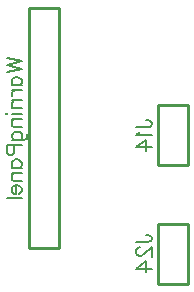
<source format=gbr>
G04 DipTrace 2.4.0.2*
%INBottomSilk.gbr*%
%MOIN*%
%ADD10C,0.0098*%
%ADD38C,0.0077*%
%FSLAX44Y44*%
G04*
G70*
G90*
G75*
G01*
%LNBotSilk*%
%LPD*%
X29031Y13708D2*
D10*
X30031D1*
X29031Y11708D2*
Y13708D1*
Y11708D2*
X30031D1*
Y13708D1*
X29031Y9771D2*
X30031D1*
X29031Y7771D2*
Y9771D1*
Y7771D2*
X30031D1*
Y9771D1*
X25700Y8952D2*
Y16952D1*
X24700Y8952D2*
X25700D1*
X24700D2*
Y16952D1*
X25700D1*
X28298Y12982D2*
D38*
X28681D1*
X28753Y13006D1*
X28777Y13030D1*
X28801Y13078D1*
Y13126D1*
X28777Y13173D1*
X28753Y13197D1*
X28681Y13221D1*
X28633D1*
X28395Y12828D2*
X28370Y12779D1*
X28299Y12708D1*
X28801D1*
Y12314D2*
X28299D1*
X28633Y12553D1*
Y12195D1*
X28298Y9152D2*
X28681D1*
X28753Y9176D1*
X28777Y9201D1*
X28801Y9248D1*
Y9296D1*
X28777Y9344D1*
X28753Y9367D1*
X28681Y9392D1*
X28633D1*
X28418Y8974D2*
X28395D1*
X28347Y8950D1*
X28323Y8926D1*
X28299Y8878D1*
Y8782D1*
X28323Y8735D1*
X28347Y8711D1*
X28395Y8687D1*
X28442D1*
X28490Y8711D1*
X28562Y8759D1*
X28801Y8998D1*
Y8663D1*
Y8269D2*
X28299D1*
X28633Y8509D1*
Y8150D1*
X23968Y15296D2*
X24470Y15176D1*
X23968Y15057D1*
X24470Y14937D1*
X23968Y14818D1*
X24135Y14376D2*
X24470D1*
X24207D2*
X24159Y14424D1*
X24135Y14472D1*
Y14543D1*
X24159Y14591D1*
X24207Y14639D1*
X24279Y14663D1*
X24326D1*
X24398Y14639D1*
X24446Y14591D1*
X24470Y14543D1*
Y14472D1*
X24446Y14424D1*
X24398Y14376D1*
X24135Y14222D2*
X24470D1*
X24279D2*
X24207Y14198D1*
X24159Y14150D1*
X24135Y14102D1*
Y14030D1*
Y13876D2*
X24470D1*
X24231D2*
X24159Y13804D1*
X24135Y13756D1*
Y13684D1*
X24159Y13636D1*
X24231Y13613D1*
X24470D1*
X23968Y13458D2*
X23992Y13434D1*
X23968Y13410D1*
X23943Y13434D1*
X23968Y13458D1*
X24135Y13434D2*
X24470D1*
X24135Y13256D2*
X24470D1*
X24231D2*
X24159Y13184D1*
X24135Y13136D1*
Y13065D1*
X24159Y13016D1*
X24231Y12993D1*
X24470D1*
X24159Y12551D2*
X24542D1*
X24613Y12575D1*
X24638Y12599D1*
X24661Y12647D1*
Y12719D1*
X24638Y12766D1*
X24231Y12551D2*
X24183Y12599D1*
X24159Y12647D1*
Y12719D1*
X24183Y12766D1*
X24231Y12815D1*
X24303Y12838D1*
X24351D1*
X24422Y12815D1*
X24470Y12766D1*
X24494Y12719D1*
Y12647D1*
X24470Y12599D1*
X24422Y12551D1*
X24231Y12397D2*
Y12182D1*
X24207Y12110D1*
X24183Y12086D1*
X24135Y12062D1*
X24063D1*
X24016Y12086D1*
X23992Y12110D1*
X23968Y12182D1*
Y12397D1*
X24470D1*
X24135Y11621D2*
X24470D1*
X24207D2*
X24159Y11668D1*
X24135Y11716D1*
Y11788D1*
X24159Y11836D1*
X24207Y11883D1*
X24279Y11908D1*
X24326D1*
X24398Y11883D1*
X24446Y11836D1*
X24470Y11788D1*
Y11716D1*
X24446Y11668D1*
X24398Y11621D1*
X24135Y11466D2*
X24470D1*
X24231D2*
X24159Y11395D1*
X24135Y11347D1*
Y11275D1*
X24159Y11227D1*
X24231Y11203D1*
X24470D1*
X24279Y11049D2*
Y10762D1*
X24231D1*
X24183Y10786D1*
X24159Y10810D1*
X24135Y10858D1*
Y10930D1*
X24159Y10977D1*
X24207Y11025D1*
X24279Y11049D1*
X24326D1*
X24398Y11025D1*
X24446Y10977D1*
X24470Y10930D1*
Y10858D1*
X24446Y10810D1*
X24398Y10762D1*
X23968Y10608D2*
X24470D1*
M02*

</source>
